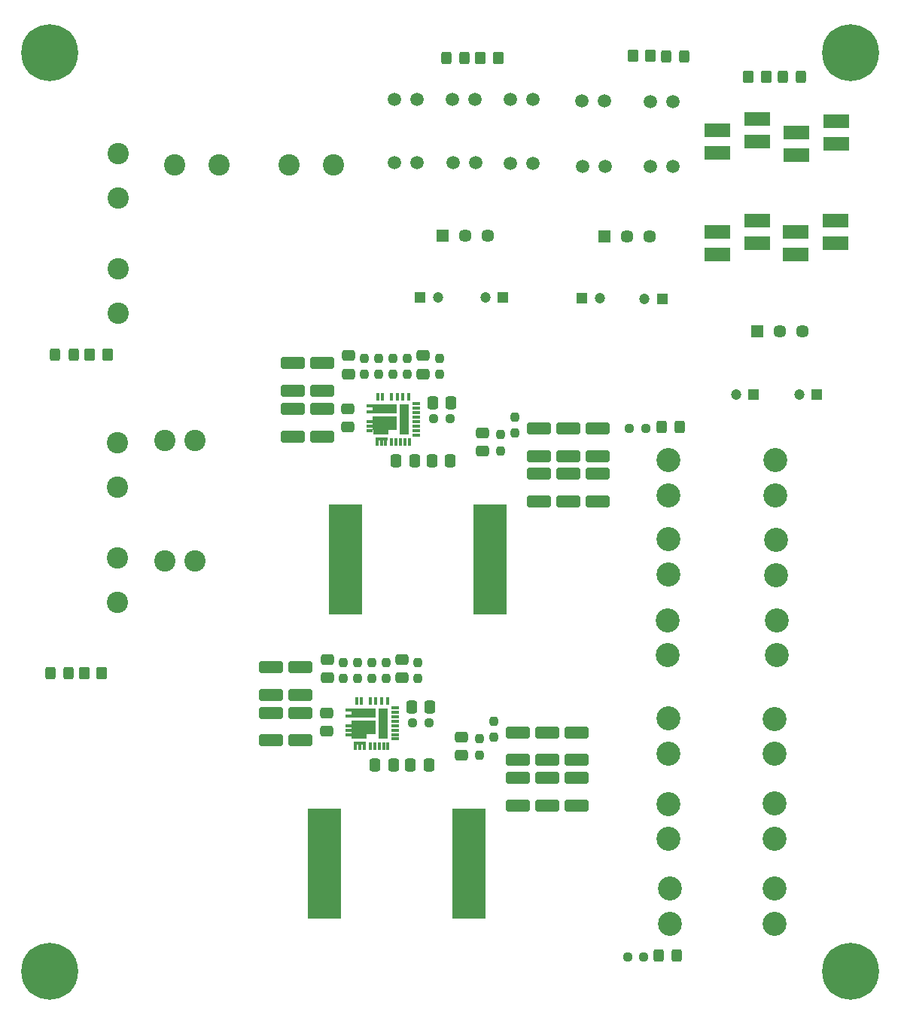
<source format=gbr>
%TF.GenerationSoftware,KiCad,Pcbnew,(6.0.2)*%
%TF.CreationDate,2022-03-05T17:59:28+01:00*%
%TF.ProjectId,Carte_Alim_V6_2022,43617274-655f-4416-9c69-6d5f56365f32,rev?*%
%TF.SameCoordinates,Original*%
%TF.FileFunction,Soldermask,Top*%
%TF.FilePolarity,Negative*%
%FSLAX46Y46*%
G04 Gerber Fmt 4.6, Leading zero omitted, Abs format (unit mm)*
G04 Created by KiCad (PCBNEW (6.0.2)) date 2022-03-05 17:59:28*
%MOMM*%
%LPD*%
G01*
G04 APERTURE LIST*
G04 Aperture macros list*
%AMRoundRect*
0 Rectangle with rounded corners*
0 $1 Rounding radius*
0 $2 $3 $4 $5 $6 $7 $8 $9 X,Y pos of 4 corners*
0 Add a 4 corners polygon primitive as box body*
4,1,4,$2,$3,$4,$5,$6,$7,$8,$9,$2,$3,0*
0 Add four circle primitives for the rounded corners*
1,1,$1+$1,$2,$3*
1,1,$1+$1,$4,$5*
1,1,$1+$1,$6,$7*
1,1,$1+$1,$8,$9*
0 Add four rect primitives between the rounded corners*
20,1,$1+$1,$2,$3,$4,$5,0*
20,1,$1+$1,$4,$5,$6,$7,0*
20,1,$1+$1,$6,$7,$8,$9,0*
20,1,$1+$1,$8,$9,$2,$3,0*%
G04 Aperture macros list end*
%ADD10R,3.000000X1.500000*%
%ADD11C,2.700000*%
%ADD12C,2.400000*%
%ADD13RoundRect,0.250000X0.325000X0.450000X-0.325000X0.450000X-0.325000X-0.450000X0.325000X-0.450000X0*%
%ADD14R,1.200000X1.200000*%
%ADD15C,1.200000*%
%ADD16C,0.800000*%
%ADD17C,6.400000*%
%ADD18RoundRect,0.250000X-0.337500X-0.475000X0.337500X-0.475000X0.337500X0.475000X-0.337500X0.475000X0*%
%ADD19RoundRect,0.250000X1.100000X-0.412500X1.100000X0.412500X-1.100000X0.412500X-1.100000X-0.412500X0*%
%ADD20C,1.508000*%
%ADD21RoundRect,0.250000X-0.350000X-0.450000X0.350000X-0.450000X0.350000X0.450000X-0.350000X0.450000X0*%
%ADD22RoundRect,0.250000X-0.475000X0.337500X-0.475000X-0.337500X0.475000X-0.337500X0.475000X0.337500X0*%
%ADD23RoundRect,0.237500X-0.237500X0.250000X-0.237500X-0.250000X0.237500X-0.250000X0.237500X0.250000X0*%
%ADD24RoundRect,0.250000X-1.100000X0.412500X-1.100000X-0.412500X1.100000X-0.412500X1.100000X0.412500X0*%
%ADD25RoundRect,0.250000X0.475000X-0.337500X0.475000X0.337500X-0.475000X0.337500X-0.475000X-0.337500X0*%
%ADD26RoundRect,0.237500X0.237500X-0.250000X0.237500X0.250000X-0.237500X0.250000X-0.237500X-0.250000X0*%
%ADD27R,1.448000X1.448000*%
%ADD28C,1.448000*%
%ADD29RoundRect,0.250000X-0.325000X-0.450000X0.325000X-0.450000X0.325000X0.450000X-0.325000X0.450000X0*%
%ADD30RoundRect,0.250000X0.337500X0.475000X-0.337500X0.475000X-0.337500X-0.475000X0.337500X-0.475000X0*%
%ADD31R,0.350000X0.950000*%
%ADD32R,0.650000X0.350000*%
%ADD33R,0.950000X0.350000*%
%ADD34R,1.100000X3.400000*%
%ADD35R,2.700000X1.100000*%
%ADD36R,2.700000X1.520000*%
%ADD37R,1.350000X0.300000*%
%ADD38R,1.730000X0.580000*%
%ADD39RoundRect,0.237500X-0.250000X-0.237500X0.250000X-0.237500X0.250000X0.237500X-0.250000X0.237500X0*%
%ADD40RoundRect,0.250000X0.350000X0.450000X-0.350000X0.450000X-0.350000X-0.450000X0.350000X-0.450000X0*%
%ADD41R,3.825000X12.320000*%
G04 APERTURE END LIST*
D10*
%TO.C,J22*%
X134250000Y-50705000D03*
X138750000Y-49435000D03*
X134250000Y-48165000D03*
X138750000Y-46895000D03*
%TD*%
D11*
%TO.C,J32*%
X120000000Y-102860000D03*
X120000000Y-106820000D03*
%TD*%
%TO.C,J13*%
X119950000Y-73820000D03*
X119950000Y-77780000D03*
%TD*%
D12*
%TO.C,J5*%
X58100000Y-39400000D03*
X58100000Y-44400000D03*
%TD*%
D13*
%TO.C,D5*%
X134875000Y-30750000D03*
X132825000Y-30750000D03*
%TD*%
D14*
%TO.C,C53*%
X110227401Y-55640000D03*
D15*
X112227401Y-55640000D03*
%TD*%
D16*
%TO.C,H4*%
X48702944Y-26302944D03*
X48000000Y-28000000D03*
X50400000Y-30400000D03*
X52800000Y-28000000D03*
X52097056Y-29697056D03*
X48702944Y-29697056D03*
X50400000Y-25600000D03*
X52097056Y-26302944D03*
D17*
X50400000Y-28000000D03*
%TD*%
D18*
%TO.C,C41*%
X90962500Y-108100000D03*
X93037500Y-108100000D03*
%TD*%
D19*
%TO.C,C46*%
X103000000Y-107562500D03*
X103000000Y-104437500D03*
%TD*%
D20*
%TO.C,J10*%
X104770000Y-40500000D03*
X102230000Y-40500000D03*
%TD*%
D21*
%TO.C,R13*%
X128950000Y-30750000D03*
X130950000Y-30750000D03*
%TD*%
D20*
%TO.C,J8*%
X98270000Y-40400000D03*
X95730000Y-40400000D03*
%TD*%
%TO.C,J19*%
X112770000Y-33400000D03*
X110230000Y-33400000D03*
%TD*%
D22*
%TO.C,C8*%
X84000000Y-62062500D03*
X84000000Y-64137500D03*
%TD*%
D12*
%TO.C,J2*%
X58000000Y-71900000D03*
X58000000Y-76900000D03*
%TD*%
D11*
%TO.C,J30*%
X131900000Y-122020000D03*
X131900000Y-125980000D03*
%TD*%
D14*
%TO.C,C56*%
X119272600Y-55700000D03*
D15*
X117272600Y-55700000D03*
%TD*%
D11*
%TO.C,J18*%
X119950000Y-82700000D03*
X119950000Y-86660000D03*
%TD*%
D23*
%TO.C,R6*%
X90600000Y-62387500D03*
X90600000Y-64212500D03*
%TD*%
D19*
%TO.C,C51*%
X109600000Y-107562500D03*
X109600000Y-104437500D03*
%TD*%
D24*
%TO.C,C47*%
X103000000Y-109537500D03*
X103000000Y-112662500D03*
%TD*%
D25*
%TO.C,C2*%
X92400000Y-64137500D03*
X92400000Y-62062500D03*
%TD*%
D21*
%TO.C,R14*%
X115950000Y-28400000D03*
X117950000Y-28400000D03*
%TD*%
D26*
%TO.C,R22*%
X91800000Y-98412500D03*
X91800000Y-96587500D03*
%TD*%
D24*
%TO.C,C39*%
X75300000Y-102237500D03*
X75300000Y-105362500D03*
%TD*%
%TO.C,C49*%
X106300000Y-109537500D03*
X106300000Y-112662500D03*
%TD*%
D20*
%TO.C,J12*%
X91670000Y-40360000D03*
X89130000Y-40360000D03*
%TD*%
D13*
%TO.C,D7*%
X121755000Y-28405000D03*
X119705000Y-28405000D03*
%TD*%
%TO.C,D6*%
X120912500Y-129500000D03*
X118862500Y-129500000D03*
%TD*%
D19*
%TO.C,C17*%
X112000000Y-73362500D03*
X112000000Y-70237500D03*
%TD*%
D24*
%TO.C,C3*%
X81000000Y-68037500D03*
X81000000Y-71162500D03*
%TD*%
D11*
%TO.C,J15*%
X132050000Y-82820000D03*
X132050000Y-86780000D03*
%TD*%
%TO.C,J29*%
X131900000Y-102920000D03*
X131900000Y-106880000D03*
%TD*%
D16*
%TO.C,H2*%
X140500000Y-30400000D03*
X142197056Y-29697056D03*
X138802944Y-29697056D03*
X140500000Y-25600000D03*
X142197056Y-26302944D03*
D17*
X140500000Y-28000000D03*
D16*
X138802944Y-26302944D03*
X138100000Y-28000000D03*
X142900000Y-28000000D03*
%TD*%
D27*
%TO.C,PS3*%
X129960000Y-59347500D03*
D28*
X132500000Y-59347500D03*
X135040000Y-59347500D03*
%TD*%
D20*
%TO.C,J11*%
X104770000Y-33300000D03*
X102230000Y-33300000D03*
%TD*%
D11*
%TO.C,J16*%
X119900000Y-91820000D03*
X119900000Y-95780000D03*
%TD*%
D14*
%TO.C,C57*%
X136672600Y-66447500D03*
D15*
X134672600Y-66447500D03*
%TD*%
D29*
%TO.C,D4*%
X94975000Y-28600000D03*
X97025000Y-28600000D03*
%TD*%
D25*
%TO.C,C11*%
X99100000Y-72837500D03*
X99100000Y-70762500D03*
%TD*%
D10*
%TO.C,J24*%
X125450000Y-39305000D03*
X129950000Y-38035000D03*
X125450000Y-36765000D03*
X129950000Y-35495000D03*
%TD*%
D30*
%TO.C,C44*%
X93137500Y-101600000D03*
X91062500Y-101600000D03*
%TD*%
D20*
%TO.C,J23*%
X120470000Y-33540000D03*
X117930000Y-33540000D03*
%TD*%
D16*
%TO.C,H3*%
X52097056Y-129602944D03*
X48000000Y-131300000D03*
X48702944Y-129602944D03*
D17*
X50400000Y-131300000D03*
D16*
X50400000Y-133700000D03*
X52097056Y-132997056D03*
X52800000Y-131300000D03*
X48702944Y-132997056D03*
X50400000Y-128900000D03*
%TD*%
D23*
%TO.C,R9*%
X102700000Y-68987500D03*
X102700000Y-70812500D03*
%TD*%
D24*
%TO.C,C37*%
X78600000Y-102237500D03*
X78600000Y-105362500D03*
%TD*%
D11*
%TO.C,J27*%
X131900000Y-112420000D03*
X131900000Y-116380000D03*
%TD*%
D24*
%TO.C,C13*%
X105400000Y-75337500D03*
X105400000Y-78462500D03*
%TD*%
D16*
%TO.C,H1*%
X138802944Y-132997056D03*
X140500000Y-128900000D03*
D17*
X140500000Y-131300000D03*
D16*
X138802944Y-129602944D03*
X138100000Y-131300000D03*
X142197056Y-129602944D03*
X142900000Y-131300000D03*
X140500000Y-133700000D03*
X142197056Y-132997056D03*
%TD*%
D24*
%TO.C,C50*%
X109600000Y-109537500D03*
X109600000Y-112662500D03*
%TD*%
%TO.C,C16*%
X112000000Y-75337500D03*
X112000000Y-78462500D03*
%TD*%
%TO.C,C5*%
X77700000Y-68037500D03*
X77700000Y-71162500D03*
%TD*%
D23*
%TO.C,R3*%
X87400000Y-62387500D03*
X87400000Y-64212500D03*
%TD*%
D20*
%TO.C,J25*%
X120470000Y-40840000D03*
X117930000Y-40840000D03*
%TD*%
D11*
%TO.C,J14*%
X132000000Y-73820000D03*
X132000000Y-77780000D03*
%TD*%
D31*
%TO.C,U1*%
X90775000Y-66720000D03*
X90125000Y-66720000D03*
X89475000Y-66720000D03*
X88825000Y-66720000D03*
X87825000Y-66720000D03*
X87325000Y-66720000D03*
D32*
X86400000Y-67725000D03*
X86400000Y-68375000D03*
X86400000Y-69505000D03*
X86400000Y-70005000D03*
X86400000Y-70505000D03*
D31*
X87175000Y-71770000D03*
X87675000Y-71770000D03*
X88175000Y-71770000D03*
X88825000Y-71770000D03*
X89325000Y-71770000D03*
X89825000Y-71770000D03*
X90325000Y-71770000D03*
X90825000Y-71770000D03*
D33*
X91600000Y-70995000D03*
X91600000Y-70495000D03*
X91600000Y-69995000D03*
X91600000Y-69495000D03*
X91600000Y-68995000D03*
X91600000Y-68495000D03*
X91600000Y-67995000D03*
X91600000Y-67495000D03*
D34*
X90275000Y-69245000D03*
D35*
X88075000Y-68045000D03*
D36*
X88075000Y-69655000D03*
D37*
X87675000Y-71445000D03*
D38*
X87590000Y-70705000D03*
%TD*%
D39*
%TO.C,R10*%
X115587500Y-70300000D03*
X117412500Y-70300000D03*
%TD*%
D23*
%TO.C,R26*%
X88200000Y-96587500D03*
X88200000Y-98412500D03*
%TD*%
D14*
%TO.C,C54*%
X129572599Y-66447500D03*
D15*
X127572599Y-66447500D03*
%TD*%
D40*
%TO.C,R1*%
X56250000Y-97800000D03*
X54250000Y-97800000D03*
%TD*%
D22*
%TO.C,C42*%
X81600000Y-96262500D03*
X81600000Y-98337500D03*
%TD*%
D30*
%TO.C,C43*%
X89037500Y-108100000D03*
X86962500Y-108100000D03*
%TD*%
D19*
%TO.C,C4*%
X77700000Y-66062500D03*
X77700000Y-62937500D03*
%TD*%
D39*
%TO.C,R25*%
X91187500Y-103400000D03*
X93012500Y-103400000D03*
%TD*%
D10*
%TO.C,J26*%
X125450000Y-50705000D03*
X129950000Y-49435000D03*
X125450000Y-48165000D03*
X129950000Y-46895000D03*
%TD*%
D39*
%TO.C,R5*%
X93587500Y-69200000D03*
X95412500Y-69200000D03*
%TD*%
D40*
%TO.C,R12*%
X100800000Y-28600000D03*
X98800000Y-28600000D03*
%TD*%
D27*
%TO.C,PS2*%
X112760000Y-48700000D03*
D28*
X115300000Y-48700000D03*
X117840000Y-48700000D03*
%TD*%
D30*
%TO.C,C10*%
X95537500Y-67400000D03*
X93462500Y-67400000D03*
%TD*%
D26*
%TO.C,R7*%
X85800000Y-64212500D03*
X85800000Y-62387500D03*
%TD*%
D11*
%TO.C,J17*%
X132150000Y-91820000D03*
X132150000Y-95780000D03*
%TD*%
D23*
%TO.C,R29*%
X100300000Y-103187500D03*
X100300000Y-105012500D03*
%TD*%
D19*
%TO.C,C40*%
X78600000Y-100262500D03*
X78600000Y-97137500D03*
%TD*%
D12*
%TO.C,J3*%
X58100000Y-52300000D03*
X58100000Y-57300000D03*
%TD*%
D29*
%TO.C,D3*%
X51000000Y-62000000D03*
X53050000Y-62000000D03*
%TD*%
D18*
%TO.C,C7*%
X93362500Y-73900000D03*
X95437500Y-73900000D03*
%TD*%
D29*
%TO.C,D1*%
X50425000Y-97800000D03*
X52475000Y-97800000D03*
%TD*%
D12*
%TO.C,J1*%
X58000000Y-84800000D03*
X58000000Y-89800000D03*
%TD*%
D25*
%TO.C,C36*%
X90000000Y-98337500D03*
X90000000Y-96262500D03*
%TD*%
D30*
%TO.C,C9*%
X91437500Y-73900000D03*
X89362500Y-73900000D03*
%TD*%
D40*
%TO.C,R11*%
X56900000Y-62000000D03*
X54900000Y-62000000D03*
%TD*%
D20*
%TO.C,J9*%
X91670000Y-33260000D03*
X89130000Y-33260000D03*
%TD*%
D23*
%TO.C,R23*%
X85000000Y-96587500D03*
X85000000Y-98412500D03*
%TD*%
D25*
%TO.C,C45*%
X96700000Y-107037500D03*
X96700000Y-104962500D03*
%TD*%
D20*
%TO.C,J21*%
X112870000Y-40840000D03*
X110330000Y-40840000D03*
%TD*%
D27*
%TO.C,PS1*%
X94560000Y-48600000D03*
D28*
X97100000Y-48600000D03*
X99640000Y-48600000D03*
%TD*%
D22*
%TO.C,C1*%
X83900000Y-68062500D03*
X83900000Y-70137500D03*
%TD*%
%TO.C,C35*%
X81500000Y-102262500D03*
X81500000Y-104337500D03*
%TD*%
D19*
%TO.C,C12*%
X105400000Y-73362500D03*
X105400000Y-70237500D03*
%TD*%
D23*
%TO.C,R28*%
X98700000Y-105187500D03*
X98700000Y-107012500D03*
%TD*%
D26*
%TO.C,R27*%
X83400000Y-98412500D03*
X83400000Y-96587500D03*
%TD*%
D11*
%TO.C,J28*%
X120000000Y-112480000D03*
X120000000Y-116440000D03*
%TD*%
D26*
%TO.C,R2*%
X94200000Y-64212500D03*
X94200000Y-62387500D03*
%TD*%
D19*
%TO.C,C14*%
X108700000Y-73362500D03*
X108700000Y-70237500D03*
%TD*%
D24*
%TO.C,C15*%
X108700000Y-75337500D03*
X108700000Y-78462500D03*
%TD*%
D14*
%TO.C,C55*%
X101372600Y-55500000D03*
D15*
X99372600Y-55500000D03*
%TD*%
D19*
%TO.C,C48*%
X106300000Y-107562500D03*
X106300000Y-104437500D03*
%TD*%
D10*
%TO.C,J20*%
X134350000Y-39505000D03*
X138850000Y-38235000D03*
X134350000Y-36965000D03*
X138850000Y-35695000D03*
%TD*%
D39*
%TO.C,R30*%
X115375000Y-129700000D03*
X117200000Y-129700000D03*
%TD*%
D14*
%TO.C,C52*%
X92027401Y-55500000D03*
D15*
X94027401Y-55500000D03*
%TD*%
D19*
%TO.C,C38*%
X75300000Y-100262500D03*
X75300000Y-97137500D03*
%TD*%
%TO.C,C6*%
X81000000Y-66062500D03*
X81000000Y-62937500D03*
%TD*%
D13*
%TO.C,D2*%
X121225000Y-70100000D03*
X119175000Y-70100000D03*
%TD*%
D31*
%TO.C,U3*%
X88375000Y-100920000D03*
X87725000Y-100920000D03*
X87075000Y-100920000D03*
X86425000Y-100920000D03*
X85425000Y-100920000D03*
X84925000Y-100920000D03*
D32*
X84000000Y-101925000D03*
X84000000Y-102575000D03*
X84000000Y-103705000D03*
X84000000Y-104205000D03*
X84000000Y-104705000D03*
D31*
X84775000Y-105970000D03*
X85275000Y-105970000D03*
X85775000Y-105970000D03*
X86425000Y-105970000D03*
X86925000Y-105970000D03*
X87425000Y-105970000D03*
X87925000Y-105970000D03*
X88425000Y-105970000D03*
D33*
X89200000Y-105195000D03*
X89200000Y-104695000D03*
X89200000Y-104195000D03*
X89200000Y-103695000D03*
X89200000Y-103195000D03*
X89200000Y-102695000D03*
X89200000Y-102195000D03*
X89200000Y-101695000D03*
D34*
X87875000Y-103445000D03*
D35*
X85675000Y-102245000D03*
D36*
X85675000Y-103855000D03*
D37*
X85275000Y-105645000D03*
D38*
X85190000Y-104905000D03*
%TD*%
D11*
%TO.C,J31*%
X120100000Y-122020000D03*
X120100000Y-125980000D03*
%TD*%
D12*
%TO.C,J6*%
X82300000Y-40600000D03*
X77300000Y-40600000D03*
%TD*%
%TO.C,J4*%
X69400000Y-40600000D03*
X64400000Y-40600000D03*
%TD*%
%TO.C,F1*%
X63300000Y-85135000D03*
X66700000Y-85135000D03*
X66700000Y-71665000D03*
X63300000Y-71665000D03*
%TD*%
D23*
%TO.C,R8*%
X101100000Y-70987500D03*
X101100000Y-72812500D03*
%TD*%
D26*
%TO.C,R4*%
X89000000Y-64212500D03*
X89000000Y-62387500D03*
%TD*%
D20*
%TO.C,J7*%
X98170000Y-33300000D03*
X95630000Y-33300000D03*
%TD*%
D41*
%TO.C,L1*%
X83677500Y-85000000D03*
X99922500Y-85000000D03*
%TD*%
D26*
%TO.C,R24*%
X86600000Y-98412500D03*
X86600000Y-96587500D03*
%TD*%
D41*
%TO.C,L3*%
X81277500Y-119200000D03*
X97522500Y-119200000D03*
%TD*%
M02*

</source>
